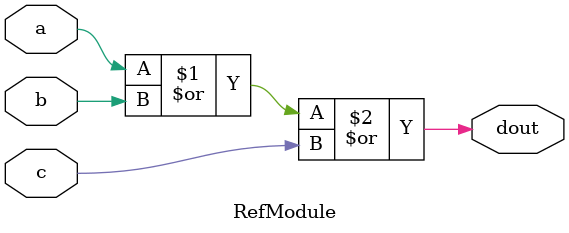
<source format=sv>

module RefModule (
  input a,
  input b,
  input c,
  output dout
);

  assign dout = (a | b | c);

endmodule


</source>
